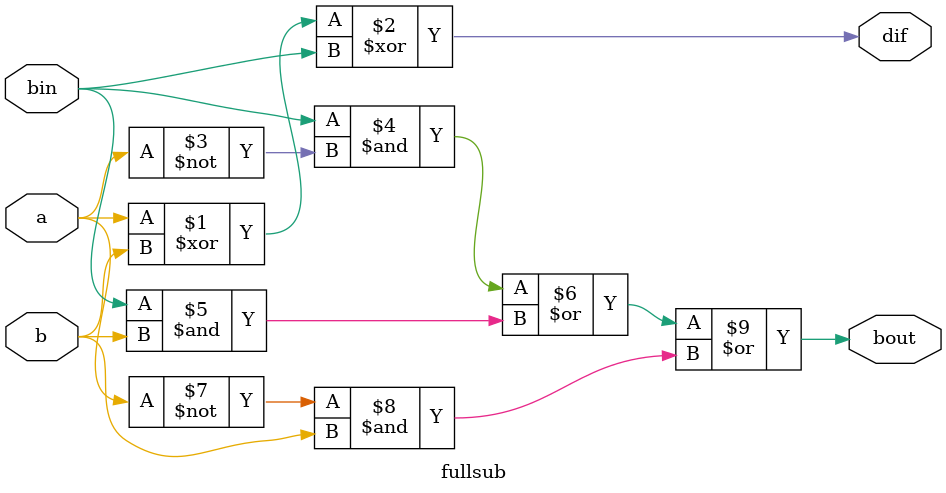
<source format=v>
module fullsub(a,b,bin,bout,dif);
  input a,b,bin;
  output bout,dif;
  
  assign dif = a^b^bin;
  assign bout = (bin&(~a)) | (bin&b) | ((~a)&b);
  
endmodule

</source>
